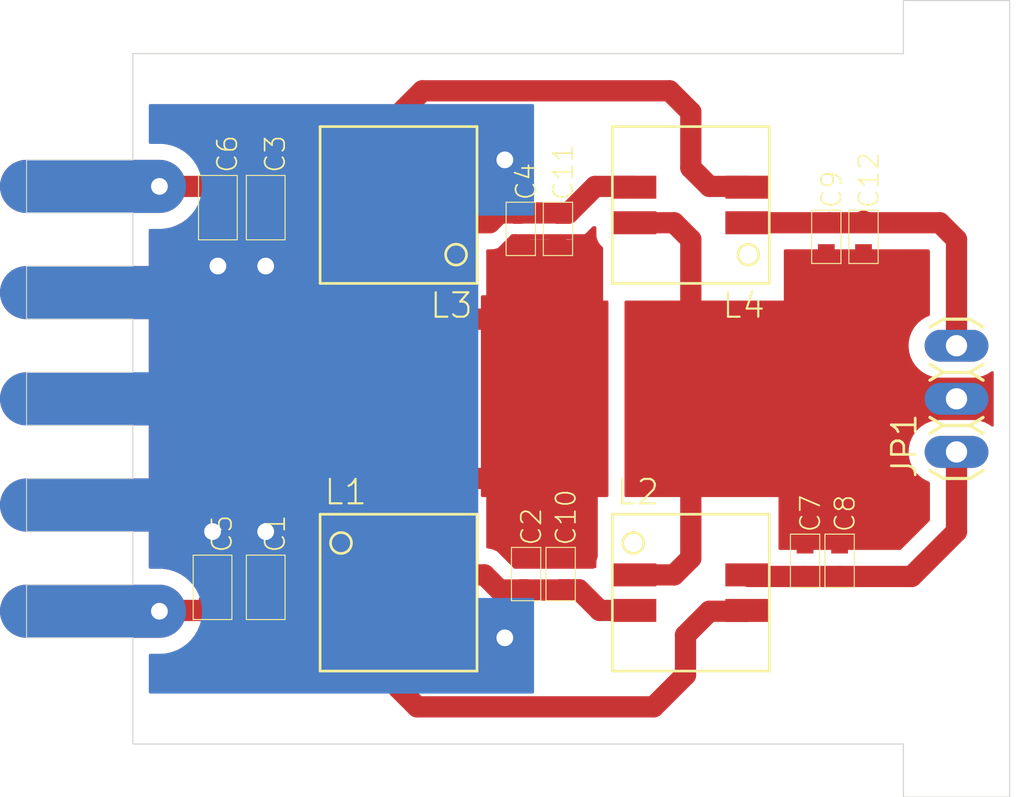
<source format=kicad_pcb>
(kicad_pcb (version 20211014) (generator pcbnew)
  (layers (0 "F.Cu" signal) (31 "B.Cu" signal) (34 "B.Paste" user) (35 "F.Paste" user) (36 "B.SilkS" user "B.Silkscreen") (37 "F.SilkS" user "F.Silkscreen") (38 "B.Mask" user) (39 "F.Mask" user) (44 "Edge.Cuts" user))
  (net 0 "")
  (net 1 "N$1")
  (net 2 "N$5")
  (net 3 "GND")
  (net 4 "V+")
  (net 5 "V-")
  (net 6 "-15V")
  (net 7 "+15V")
  (net 8 "COM1")
  (net 9 "N$3")
  (footprint "FilterSupply:C_MLCC_0603" (layer "F.Cu") (at 163.8681 112.7506 -90)
    (fp_text reference "C8" (at -1.3 -0.8 -90) (layer "F.SilkS") (effects (font (size 0.93472 0.93472) (thickness 0.08128)) (justify left bottom)))
    (fp_text value "" hide)
    (fp_line (start 1.275 0.7) (end 1.275 -0.7) (layer "F.SilkS") (width 0.05))
    (fp_line (start -1.275 -0.7) (end -1.275 0.7) (layer "F.SilkS") (width 0.05))
    (fp_line (start 1.275 -0.7) (end -1.275 -0.7) (layer "F.SilkS") (width 0.05))
    (fp_line (start -1.275 0.7) (end 1.275 0.7) (layer "F.SilkS") (width 0.05))
    (pad "P$1" smd rect (at -0.75 0 270) (size 0.8 0.8) (layers "F.Cu" "F.Paste" "F.Mask") (net 3 "GND"))
    (pad "P$2" smd rect (at 0.75 0 270) (size 0.8 0.8) (layers "F.Cu" "F.Paste" "F.Mask") (net 4 "V+"))
  )
  (footprint "FilterSupply:C_MLCC_0603" (layer "F.Cu") (at 165.0111 97.2566 -90)
    (fp_text reference "C12" (at -1.3 -0.8 -90) (layer "F.SilkS") (effects (font (size 0.93472 0.93472) (thickness 0.08128)) (justify left bottom)))
    (fp_text value "" hide)
    (fp_line (start -1.275 -0.7) (end -1.275 0.7) (layer "F.SilkS") (width 0.05))
    (fp_line (start 1.275 -0.7) (end -1.275 -0.7) (layer "F.SilkS") (width 0.05))
    (fp_line (start 1.275 0.7) (end 1.275 -0.7) (layer "F.SilkS") (width 0.05))
    (fp_line (start -1.275 0.7) (end 1.275 0.7) (layer "F.SilkS") (width 0.05))
    (pad "P$1" smd rect (at -0.75 0 270) (size 0.8 0.8) (layers "F.Cu" "F.Paste" "F.Mask") (net 5 "V-"))
    (pad "P$2" smd rect (at 0.75 0 270) (size 0.8 0.8) (layers "F.Cu" "F.Paste" "F.Mask") (net 3 "GND"))
  )
  (footprint "FilterSupply:C_MLCC_0603" (layer "F.Cu") (at 150.5331 113.3856 -90)
    (fp_text reference "C10" (at -1.3 -0.8 -90) (layer "F.SilkS") (effects (font (size 0.93472 0.93472) (thickness 0.08128)) (justify left bottom)))
    (fp_text value "" hide)
    (fp_line (start -1.275 0.7) (end 1.275 0.7) (layer "F.SilkS") (width 0.05))
    (fp_line (start -1.275 -0.7) (end -1.275 0.7) (layer "F.SilkS") (width 0.05))
    (fp_line (start 1.275 0.7) (end 1.275 -0.7) (layer "F.SilkS") (width 0.05))
    (fp_line (start 1.275 -0.7) (end -1.275 -0.7) (layer "F.SilkS") (width 0.05))
    (pad "P$1" smd rect (at -0.75 0 270) (size 0.8 0.8) (layers "F.Cu" "F.Paste" "F.Mask") (net 9 "N$3"))
    (pad "P$2" smd rect (at 0.75 0 270) (size 0.8 0.8) (layers "F.Cu" "F.Paste" "F.Mask") (net 1 "N$1"))
  )
  (footprint "FilterSupply:C_MLCC_0805" (layer "F.Cu") (at 133.8961 114.0206 -90)
    (fp_text reference "C5" (at -1.6 -1 -90) (layer "F.SilkS") (effects (font (size 0.93472 0.93472) (thickness 0.08128)) (justify left bottom)))
    (fp_text value "" hide)
    (fp_line (start -1.54 0.925) (end -1.54 -0.925) (layer "F.SilkS") (width 0.05))
    (fp_line (start 1.54 0.925) (end -1.54 0.925) (layer "F.SilkS") (width 0.05))
    (fp_line (start 1.54 -0.925) (end 1.54 0.925) (layer "F.SilkS") (width 0.05))
    (fp_line (start -1.54 -0.925) (end 1.54 -0.925) (layer "F.SilkS") (width 0.05))
    (pad "P$1" smd rect (at -0.95 0 270) (size 0.9 1.3) (layers "F.Cu" "F.Paste" "F.Mask") (net 8 "COM1"))
    (pad "P$2" smd rect (at 0.95 0 270) (size 0.9 1.3) (layers "F.Cu" "F.Paste" "F.Mask") (net 7 "+15V"))
  )
  (footprint "FilterSupply:C_MLCC_0603" (layer "F.Cu") (at 150.4061 96.8756 -90)
    (fp_text reference "C11" (at -1.3 -0.8 -90) (layer "F.SilkS") (effects (font (size 0.93472 0.93472) (thickness 0.08128)) (justify left bottom)))
    (fp_text value "" hide)
    (fp_line (start 1.275 -0.7) (end -1.275 -0.7) (layer "F.SilkS") (width 0.05))
    (fp_line (start -1.275 0.7) (end 1.275 0.7) (layer "F.SilkS") (width 0.05))
    (fp_line (start 1.275 0.7) (end 1.275 -0.7) (layer "F.SilkS") (width 0.05))
    (fp_line (start -1.275 -0.7) (end -1.275 0.7) (layer "F.SilkS") (width 0.05))
    (pad "P$1" smd rect (at -0.75 0 270) (size 0.8 0.8) (layers "F.Cu" "F.Paste" "F.Mask") (net 2 "N$5"))
    (pad "P$2" smd rect (at 0.75 0 270) (size 0.8 0.8) (layers "F.Cu" "F.Paste" "F.Mask") (net 9 "N$3"))
  )
  (footprint "FilterSupply:C_MLCC_0603" (layer "F.Cu") (at 148.8821 113.3856 -90)
    (fp_text reference "C2" (at -1.3 -0.8 -90) (layer "F.SilkS") (effects (font (size 0.93472 0.93472) (thickness 0.08128)) (justify left bottom)))
    (fp_text value "" hide)
    (fp_line (start 1.275 -0.7) (end -1.275 -0.7) (layer "F.SilkS") (width 0.05))
    (fp_line (start -1.275 0.7) (end 1.275 0.7) (layer "F.SilkS") (width 0.05))
    (fp_line (start 1.275 0.7) (end 1.275 -0.7) (layer "F.SilkS") (width 0.05))
    (fp_line (start -1.275 -0.7) (end -1.275 0.7) (layer "F.SilkS") (width 0.05))
    (pad "P$1" smd rect (at -0.75 0 270) (size 0.8 0.8) (layers "F.Cu" "F.Paste" "F.Mask") (net 9 "N$3"))
    (pad "P$2" smd rect (at 0.75 0 270) (size 0.8 0.8) (layers "F.Cu" "F.Paste" "F.Mask") (net 1 "N$1"))
  )
  (footprint "" (layer "F.Cu") (at 169.4561 121.5136)
    (fp_text reference "@HOLE1" hide)
    (fp_text value "" (at 0 0) (layer "F.SilkS") (effects (font (size 1.27 1.27))))
    (pad "" np_thru_hole circle (at 0 0) (size 3.175 3.175) (drill 3.175) (layers *.Cu *.Mask))
  )
  (footprint "FilterSupply:C_MLCC_0603" (layer "F.Cu") (at 162.2171 112.7506 -90)
    (fp_text reference "C7" (at -1.3 -0.8 -90) (layer "F.SilkS") (effects (font (size 0.93472 0.93472) (thickness 0.08128)) (justify left bottom)))
    (fp_text value "" hide)
    (fp_line (start 1.275 0.7) (end 1.275 -0.7) (layer "F.SilkS") (width 0.05))
    (fp_line (start 1.275 -0.7) (end -1.275 -0.7) (layer "F.SilkS") (width 0.05))
    (fp_line (start -1.275 -0.7) (end -1.275 0.7) (layer "F.SilkS") (width 0.05))
    (fp_line (start -1.275 0.7) (end 1.275 0.7) (layer "F.SilkS") (width 0.05))
    (pad "P$1" smd rect (at -0.75 0 270) (size 0.8 0.8) (layers "F.Cu" "F.Paste" "F.Mask") (net 3 "GND"))
    (pad "P$2" smd rect (at 0.75 0 270) (size 0.8 0.8) (layers "F.Cu" "F.Paste" "F.Mask") (net 4 "V+"))
  )
  (footprint "FilterSupply:C_MLCC_0603" (layer "F.Cu") (at 148.6281 96.8756 -90)
    (fp_text reference "C4" (at -1.3 -0.8 -90) (layer "F.SilkS") (effects (font (size 0.93472 0.93472) (thickness 0.08128)) (justify left bottom)))
    (fp_text value "" hide)
    (fp_line (start 1.275 0.7) (end 1.275 -0.7) (layer "F.SilkS") (width 0.05))
    (fp_line (start -1.275 0.7) (end 1.275 0.7) (layer "F.SilkS") (width 0.05))
    (fp_line (start 1.275 -0.7) (end -1.275 -0.7) (layer "F.SilkS") (width 0.05))
    (fp_line (start -1.275 -0.7) (end -1.275 0.7) (layer "F.SilkS") (width 0.05))
    (pad "P$1" smd rect (at -0.75 0 270) (size 0.8 0.8) (layers "F.Cu" "F.Paste" "F.Mask") (net 2 "N$5"))
    (pad "P$2" smd rect (at 0.75 0 270) (size 0.8 0.8) (layers "F.Cu" "F.Paste" "F.Mask") (net 9 "N$3"))
  )
  (footprint "FilterSupply:C_MLCC_0805" (layer "F.Cu") (at 136.4361 114.0206 -90)
    (fp_text reference "C1" (at -1.6 -1 -90) (layer "F.SilkS") (effects (font (size 0.93472 0.93472) (thickness 0.08128)) (justify left bottom)))
    (fp_text value "" hide)
    (fp_line (start -1.54 -0.925) (end 1.54 -0.925) (layer "F.SilkS") (width 0.05))
    (fp_line (start 1.54 0.925) (end -1.54 0.925) (layer "F.SilkS") (width 0.05))
    (fp_line (start -1.54 0.925) (end -1.54 -0.925) (layer "F.SilkS") (width 0.05))
    (fp_line (start 1.54 -0.925) (end 1.54 0.925) (layer "F.SilkS") (width 0.05))
    (pad "P$1" smd rect (at -0.95 0 270) (size 0.9 1.3) (layers "F.Cu" "F.Paste" "F.Mask") (net 8 "COM1"))
    (pad "P$2" smd rect (at 0.95 0 270) (size 0.9 1.3) (layers "F.Cu" "F.Paste" "F.Mask") (net 7 "+15V"))
  )
  (footprint "FilterSupply:1X03" (layer "F.Cu") (at 169.4561 105.0036 90)
    (fp_text reference "JP1" (at -3.8862 -1.8288 90) (layer "F.SilkS") (effects (font (size 1.143 1.143) (thickness 0.127)) (justify left bottom)))
    (fp_text value "")
    (fp_line (start -3.429 -1.27) (end -3.81 -0.635) (layer "F.SilkS") (width 0.1524))
    (fp_line (start 1.27 -0.635) (end 1.651 -1.27) (layer "F.SilkS") (width 0.1524))
    (fp_line (start 3.81 -0.635) (end 3.81 0.635) (layer "F.SilkS") (width 0.1524))
    (fp_line (start -1.27 -0.635) (end -1.27 0.635) (layer "F.SilkS") (width 0.1524))
    (fp_line (start 1.27 -0.635) (end 1.27 0.635) (layer "F.SilkS") (width 0.1524))
    (fp_line (start -0.889 1.27) (end -1.27 0.635) (layer "F.SilkS") (width 0.1524))
    (fp_line (start 3.81 0.635) (end 3.429 1.27) (layer "F.SilkS") (width 0.1524))
    (fp_line (start -3.81 0.635) (end -3.429 1.27) (layer "F.SilkS") (width 0.1524))
    (fp_line (start -1.27 -0.635) (end -0.889 -1.27) (layer "F.SilkS") (width 0.1524))
    (fp_line (start 1.27 0.635) (end 0.889 1.27) (layer "F.SilkS") (width 0.1524))
    (fp_line (start -1.27 0.635) (end -1.651 1.27) (layer "F.SilkS") (width 0.1524))
    (fp_line (start 3.429 -1.27) (end 3.81 -0.635) (layer "F.SilkS") (width 0.1524))
    (fp_line (start -1.651 -1.27) (end -1.27 -0.635) (layer "F.SilkS") (width 0.1524))
    (fp_line (start 0.889 -1.27) (end 1.27 -0.635) (layer "F.SilkS") (width 0.1524))
    (fp_line (start 1.651 1.27) (end 1.27 0.635) (layer "F.SilkS") (width 0.1524))
    (fp_line (start -3.81 -0.635) (end -3.81 0.635) (layer "F.SilkS") (width 0.1524))
    (pad "1" thru_hole oval (at -2.54 0 180) (size 3.048 1.524) (drill 1.016) (layers *.Cu *.Mask) (net 4 "V+"))
    (pad "2" thru_hole oval (at 0 0 180) (size 3.048 1.524) (drill 1.016) (layers *.Cu *.Mask) (net 3 "GND"))
    (pad "3" thru_hole oval (at 2.54 0 180) (size 3.048 1.524) (drill 1.016) (layers *.Cu *.Mask) (net 5 "V-"))
  )
  (footprint "FilterSupply:MSD7342" (layer "F.Cu") (at 156.7561 114.2746)
    (fp_text reference "L2" (at -3.625 -4.125) (layer "F.SilkS") (effects (font (size 1.1684 1.1684) (thickness 0.1016)) (justify left bottom)))
    (fp_text value "" hide)
    (fp_line (start 3.75 3.75) (end -3.75 3.75) (layer "F.SilkS") (width 0.127))
    (fp_line (start 3.75 -3.75) (end 3.75 3.75) (layer "F.SilkS") (width 0.127))
    (fp_line (start -3.75 -3.75) (end 3.75 -3.75) (layer "F.SilkS") (width 0.127))
    (fp_line (start -3.75 3.75) (end -3.75 -3.75) (layer "F.SilkS") (width 0.127))
    (fp_circle (center -2.75 -2.375) (end -2.25 -2.375) (layer "F.SilkS") (width 0.127) (fill none))
    (pad "1" smd rect (at -2.7 -0.85) (size 2.1 1.1) (layers "F.Cu" "F.Paste" "F.Mask") (net 3 "GND"))
    (pad "2" smd rect (at -2.7 0.85) (size 2.1 1.1) (layers "F.Cu" "F.Paste" "F.Mask") (net 1 "N$1"))
    (pad "3" smd rect (at 2.7 0.85) (size 2.1 1.1) (layers "F.Cu" "F.Paste" "F.Mask") (net 9 "N$3"))
    (pad "4" smd rect (at 2.7 -0.85) (size 2.1 1.1) (layers "F.Cu" "F.Paste" "F.Mask") (net 4 "V+"))
  )
  (footprint "FilterSupply:C_MLCC_0603" (layer "F.Cu") (at 163.2331 97.2566 -90)
    (fp_text reference "C9" (at -1.3 -0.8 -90) (layer "F.SilkS") (effects (font (size 0.93472 0.93472) (thickness 0.08128)) (justify left bottom)))
    (fp_text value "" hide)
    (fp_line (start 1.275 -0.7) (end -1.275 -0.7) (layer "F.SilkS") (width 0.05))
    (fp_line (start 1.275 0.7) (end 1.275 -0.7) (layer "F.SilkS") (width 0.05))
    (fp_line (start -1.275 -0.7) (end -1.275 0.7) (layer "F.SilkS") (width 0.05))
    (fp_line (start -1.275 0.7) (end 1.275 0.7) (layer "F.SilkS") (width 0.05))
    (pad "P$1" smd rect (at -0.75 0 270) (size 0.8 0.8) (layers "F.Cu" "F.Paste" "F.Mask") (net 5 "V-"))
    (pad "P$2" smd rect (at 0.75 0 270) (size 0.8 0.8) (layers "F.Cu" "F.Paste" "F.Mask") (net 3 "GND"))
  )
  (footprint "" (layer "F.Cu") (at 169.4561 88.4936)
    (fp_text reference "@HOLE0" hide)
    (fp_text value "" (at 0 0) (layer "F.SilkS") (effects (font (size 1.27 1.27))))
    (pad "" np_thru_hole circle (at 0 0) (size 3.175 3.175) (drill 3.175) (layers *.Cu *.Mask))
  )
  (footprint "FilterSupply:MSD7342" (layer "F.Cu") (at 156.7561 95.7326 180)
    (fp_text reference "L4" (at -3.625 -4.125 180) (layer "F.SilkS") (effects (font (size 1.1684 1.1684) (thickness 0.1016)) (justify right top)))
    (fp_text value "" hide)
    (fp_line (start -3.75 -3.75) (end 3.75 -3.75) (layer "F.SilkS") (width 0.127))
    (fp_line (start 3.75 -3.75) (end 3.75 3.75) (layer "F.SilkS") (width 0.127))
    (fp_line (start 3.75 3.75) (end -3.75 3.75) (layer "F.SilkS") (width 0.127))
    (fp_line (start -3.75 3.75) (end -3.75 -3.75) (layer "F.SilkS") (width 0.127))
    (fp_circle (center -2.75 -2.375) (end -2.25 -2.375) (layer "F.SilkS") (width 0.127) (fill none))
    (pad "1" smd rect (at -2.7 -0.85 180) (size 2.1 1.1) (layers "F.Cu" "F.Paste" "F.Mask") (net 5 "V-"))
    (pad "2" smd rect (at -2.7 0.85 180) (size 2.1 1.1) (layers "F.Cu" "F.Paste" "F.Mask") (net 9 "N$3"))
    (pad "3" smd rect (at 2.7 0.85 180) (size 2.1 1.1) (layers "F.Cu" "F.Paste" "F.Mask") (net 2 "N$5"))
    (pad "4" smd rect (at 2.7 -0.85 180) (size 2.1 1.1) (layers "F.Cu" "F.Paste" "F.Mask") (net 3 "GND"))
  )
  (footprint "FilterSupply:MSD7342" (layer "F.Cu") (at 142.7861 114.2746)
    (fp_text reference "L1" (at -3.625 -4.125) (layer "F.SilkS") (effects (font (size 1.1684 1.1684) (thickness 0.1016)) (justify left bottom)))
    (fp_text value "" hide)
    (fp_line (start -3.75 -3.75) (end 3.75 -3.75) (layer "F.SilkS") (width 0.127))
    (fp_line (start 3.75 3.75) (end -3.75 3.75) (layer "F.SilkS") (width 0.127))
    (fp_line (start -3.75 3.75) (end -3.75 -3.75) (layer "F.SilkS") (width 0.127))
    (fp_line (start 3.75 -3.75) (end 3.75 3.75) (layer "F.SilkS") (width 0.127))
    (fp_circle (center -2.75 -2.375) (end -2.25 -2.375) (layer "F.SilkS") (width 0.127) (fill none))
    (pad "1" smd rect (at -2.7 -0.85) (size 2.1 1.1) (layers "F.Cu" "F.Paste" "F.Mask") (net 9 "N$3"))
    (pad "2" smd rect (at -2.7 0.85) (size 2.1 1.1) (layers "F.Cu" "F.Paste" "F.Mask") (net 7 "+15V"))
    (pad "3" smd rect (at 2.7 0.85) (size 2.1 1.1) (layers "F.Cu" "F.Paste" "F.Mask") (net 8 "COM1"))
    (pad "4" smd rect (at 2.7 -0.85) (size 2.1 1.1) (layers "F.Cu" "F.Paste" "F.Mask") (net 1 "N$1"))
  )
  (footprint "FilterSupply:C_MLCC_0805" (layer "F.Cu") (at 136.4361 95.8596 -90)
    (fp_text reference "C3" (at -1.6 -1 -90) (layer "F.SilkS") (effects (font (size 0.93472 0.93472) (thickness 0.08128)) (justify left bottom)))
    (fp_text value "" hide)
    (fp_line (start -1.54 0.925) (end -1.54 -0.925) (layer "F.SilkS") (width 0.05))
    (fp_line (start 1.54 -0.925) (end 1.54 0.925) (layer "F.SilkS") (width 0.05))
    (fp_line (start -1.54 -0.925) (end 1.54 -0.925) (layer "F.SilkS") (width 0.05))
    (fp_line (start 1.54 0.925) (end -1.54 0.925) (layer "F.SilkS") (width 0.05))
    (pad "P$1" smd rect (at -0.95 0 270) (size 0.9 1.3) (layers "F.Cu" "F.Paste" "F.Mask") (net 6 "-15V"))
    (pad "P$2" smd rect (at 0.95 0 270) (size 0.9 1.3) (layers "F.Cu" "F.Paste" "F.Mask") (net 8 "COM1"))
  )
  (footprint "FilterSupply:C_MLCC_0805" (layer "F.Cu") (at 134.1501 95.8596 -90)
    (fp_text reference "C6" (at -1.6 -1 -90) (layer "F.SilkS") (effects (font (size 0.93472 0.93472) (thickness 0.08128)) (justify left bottom)))
    (fp_text value "" hide)
    (fp_line (start 1.54 0.925) (end -1.54 0.925) (layer "F.SilkS") (width 0.05))
    (fp_line (start -1.54 0.925) (end -1.54 -0.925) (layer "F.SilkS") (width 0.05))
    (fp_line (start -1.54 -0.925) (end 1.54 -0.925) (layer "F.SilkS") (width 0.05))
    (fp_line (start 1.54 -0.925) (end 1.54 0.925) (layer "F.SilkS") (width 0.05))
    (pad "P$1" smd rect (at -0.95 0 270) (size 0.9 1.3) (layers "F.Cu" "F.Paste" "F.Mask") (net 6 "-15V"))
    (pad "P$2" smd rect (at 0.95 0 270) (size 0.9 1.3) (layers "F.Cu" "F.Paste" "F.Mask") (net 8 "COM1"))
  )
  (footprint "FilterSupply:MSD7342" (layer "F.Cu") (at 142.7861 95.7326 180)
    (fp_text reference "L3" (at -3.625 -4.125 180) (layer "F.SilkS") (effects (font (size 1.1684 1.1684) (thickness 0.1016)) (justify right top)))
    (fp_text value "" hide)
    (fp_line (start -3.75 3.75) (end -3.75 -3.75) (layer "F.SilkS") (width 0.127))
    (fp_line (start 3.75 -3.75) (end 3.75 3.75) (layer "F.SilkS") (width 0.127))
    (fp_line (start -3.75 -3.75) (end 3.75 -3.75) (layer "F.SilkS") (width 0.127))
    (fp_line (start 3.75 3.75) (end -3.75 3.75) (layer "F.SilkS") (width 0.127))
    (fp_circle (center -2.75 -2.375) (end -2.25 -2.375) (layer "F.SilkS") (width 0.127) (fill none))
    (pad "1" smd rect (at -2.7 -0.85 180) (size 2.1 1.1) (layers "F.Cu" "F.Paste" "F.Mask") (net 2 "N$5"))
    (pad "2" smd rect (at -2.7 0.85 180) (size 2.1 1.1) (layers "F.Cu" "F.Paste" "F.Mask") (net 8 "COM1"))
    (pad "3" smd rect (at 2.7 0.85 180) (size 2.1 1.1) (layers "F.Cu" "F.Paste" "F.Mask") (net 6 "-15V"))
    (pad "4" smd rect (at 2.7 -0.85 180) (size 2.1 1.1) (layers "F.Cu" "F.Paste" "F.Mask") (net 9 "N$3"))
  )
  (gr_line (start 125.0061 103.7336) (end 130.0861 103.7336) (layer "Edge.Cuts") (width 0.05))
  (gr_line (start 130.0861 108.8136) (end 125.0061 108.8136) (layer "Edge.Cuts") (width 0.05))
  (gr_line (start 125.0061 101.1936) (end 125.0061 98.6536) (layer "Edge.Cuts") (width 0.05))
  (gr_line (start 130.0861 88.4936) (end 166.9161 88.4936) (layer "Edge.Cuts") (width 0.05))
  (gr_line (start 125.0061 106.2736) (end 130.0861 106.2736) (layer "Edge.Cuts") (width 0.05))
  (gr_line (start 130.0861 116.4336) (end 130.0861 121.5136) (layer "Edge.Cuts") (width 0.05))
  (gr_line (start 166.9161 88.4936) (end 166.9161 85.9536) (layer "Edge.Cuts") (width 0.05))
  (gr_line (start 166.9161 85.9536) (end 171.9961 85.9536) (layer "Edge.Cuts") (width 0.05))
  (gr_line (start 125.0061 96.1136) (end 125.0061 93.5736) (layer "Edge.Cuts") (width 0.05))
  (gr_line (start 125.0061 103.7336) (end 125.0061 106.2736) (layer "Edge.Cuts") (width 0.05))
  (gr_line (start 130.0861 98.6536) (end 130.0861 96.1136) (layer "Edge.Cuts") (width 0.05))
  (gr_line (start 125.0061 108.8136) (end 125.0061 111.3536) (layer "Edge.Cuts") (width 0.05))
  (gr_line (start 130.0861 93.5736) (end 130.0861 88.4936) (layer "Edge.Cuts") (width 0.05))
  (gr_line (start 166.9161 124.0536) (end 171.9961 124.0536) (layer "Edge.Cuts") (width 0.05))
  (gr_line (start 125.0061 113.8936) (end 125.0061 116.4336) (layer "Edge.Cuts") (width 0.05))
  (gr_line (start 130.0861 96.1136) (end 125.0061 96.1136) (layer "Edge.Cuts") (width 0.05))
  (gr_line (start 130.0861 103.7336) (end 130.0861 101.1936) (layer "Edge.Cuts") (width 0.05))
  (gr_line (start 130.0861 121.5136) (end 166.9161 121.5136) (layer "Edge.Cuts") (width 0.05))
  (gr_line (start 125.0061 93.5736) (end 130.0861 93.5736) (layer "Edge.Cuts") (width 0.05))
  (gr_line (start 125.0061 98.6536) (end 130.0861 98.6536) (layer "Edge.Cuts") (width 0.05))
  (gr_line (start 125.0061 116.4336) (end 130.0861 116.4336) (layer "Edge.Cuts") (width 0.05))
  (gr_line (start 130.0861 113.8936) (end 125.0061 113.8936) (layer "Edge.Cuts") (width 0.05))
  (gr_line (start 125.0061 111.3536) (end 130.0861 111.3536) (layer "Edge.Cuts") (width 0.05))
  (gr_line (start 130.0861 111.3536) (end 130.0861 113.8936) (layer "Edge.Cuts") (width 0.05))
  (gr_line (start 171.9961 124.0536) (end 171.9961 85.9536) (layer "Edge.Cuts") (width 0.05))
  (gr_line (start 166.9161 121.5136) (end 166.9161 124.0536) (layer "Edge.Cuts") (width 0.05))
  (gr_line (start 130.0861 101.1936) (end 125.0061 101.1936) (layer "Edge.Cuts") (width 0.05))
  (gr_line (start 130.0861 106.2736) (end 130.0861 108.8136) (layer "Edge.Cuts") (width 0.05))
  (segment (start 150.5331 114.1356) (end 151.4101 114.1356) (width 1.016) (layer "F.Cu") (net 1))
  (segment (start 148.6161 114.1476) (end 150.7751 114.1476) (width 1.016) (layer "F.Cu") (net 1))
  (segment (start 152.3991 115.1246) (end 154.0561 115.1246) (width 1.016) (layer "F.Cu") (net 1))
  (segment (start 150.7751 114.1476) (end 150.5331 114.1356) (width 1.016) (layer "F.Cu") (net 1))
  (segment (start 146.8891 113.4246) (end 147.6121 114.1476) (width 1.016) (layer "F.Cu") (net 1))
  (segment (start 151.4101 114.1356) (end 152.3991 115.1246) (width 1.016) (layer "F.Cu") (net 1))
  (segment (start 148.8821 114.1356) (end 148.6161 114.1476) (width 1.016) (layer "F.Cu") (net 1))
  (segment (start 147.6121 114.1476) (end 148.6161 114.1476) (width 1.016) (layer "F.Cu") (net 1))
  (segment (start 145.4861 113.4246) (end 146.8891 113.4246) (width 1.016) (layer "F.Cu") (net 1))
  (segment (start 150.9021 96.1256) (end 152.1841 94.8436) (width 1.016) (layer "F.Cu") (net 2))
  (segment (start 148.3741 96.1136) (end 150.3941 96.1136) (width 1.016) (layer "F.Cu") (net 2))
  (segment (start 145.4861 96.5826) (end 147.1431 96.5826) (width 1.016) (layer "F.Cu") (net 2))
  (segment (start 148.6281 96.1256) (end 148.3861 96.1256) (width 1.016) (layer "F.Cu") (net 2))
  (segment (start 154.0171 94.8436) (end 154.0561 94.8826) (width 1.016) (layer "F.Cu") (net 2))
  (segment (start 148.3861 96.1256) (end 148.3741 96.1136) (width 1.016) (layer "F.Cu") (net 2))
  (segment (start 147.6121 96.1136) (end 148.3741 96.1136) (width 1.016) (layer "F.Cu") (net 2))
  (segment (start 150.3941 96.1136) (end 150.4061 96.1256) (width 1.016) (layer "F.Cu") (net 2))
  (segment (start 150.4061 96.1256) (end 150.9021 96.1256) (width 1.016) (layer "F.Cu") (net 2))
  (segment (start 147.1431 96.5826) (end 147.6121 96.1136) (width 1.016) (layer "F.Cu") (net 2))
  (segment (start 152.1841 94.8436) (end 154.0171 94.8436) (width 1.016) (layer "F.Cu") (net 2))
  (segment (start 156.7561 112.6236) (end 156.7561 107.5436) (width 1.016) (layer "F.Cu") (net 3))
  (segment (start 155.9551 96.5826) (end 156.7561 97.3836) (width 1.016) (layer "F.Cu") (net 3))
  (segment (start 154.0561 96.5826) (end 155.9551 96.5826) (width 1.016) (layer "F.Cu") (net 3))
  (segment (start 155.9551 113.4246) (end 156.7561 112.6236) (width 1.016) (layer "F.Cu") (net 3))
  (segment (start 156.7561 97.3836) (end 156.7561 102.4636) (width 1.016) (layer "F.Cu") (net 3))
  (segment (start 154.0561 113.4246) (end 155.9551 113.4246) (width 1.016) (layer "F.Cu") (net 3))
  (segment (start 167.3091 113.5006) (end 169.4561 111.3536) (width 1.016) (layer "F.Cu") (net 4))
  (segment (start 163.8681 113.5006) (end 167.3091 113.5006) (width 1.016) (layer "F.Cu") (net 4))
  (segment (start 159.5321 113.5006) (end 162.2171 113.5006) (width 1.016) (layer "F.Cu") (net 4))
  (segment (start 159.4561 113.4246) (end 159.5321 113.5006) (width 1.016) (layer "F.Cu") (net 4))
  (segment (start 169.4561 111.3536) (end 169.4561 107.5436) (width 1.016) (layer "F.Cu") (net 4))
  (segment (start 162.2171 113.5006) (end 163.8681 113.5006) (width 1.016) (layer "F.Cu") (net 4))
  (segment (start 164.9351 96.5826) (end 165.0111 96.5066) (width 1.016) (layer "F.Cu") (net 5))
  (segment (start 163.2331 96.5066) (end 163.2841 96.5066) (width 0.508) (layer "F.Cu") (net 5))
  (segment (start 159.4561 96.5826) (end 163.3601 96.5826) (width 1.016) (layer "F.Cu") (net 5))
  (segment (start 163.2841 96.5066) (end 163.3601 96.5826) (width 0.508) (layer "F.Cu") (net 5))
  (segment (start 164.9351 96.5826) (end 168.6551 96.5826) (width 1.016) (layer "F.Cu") (net 5))
  (segment (start 168.6551 96.5826) (end 169.4561 97.3836) (width 1.016) (layer "F.Cu") (net 5))
  (segment (start 169.4561 97.3836) (end 169.4561 102.4636) (width 1.016) (layer "F.Cu") (net 5))
  (segment (start 163.3601 96.5826) (end 164.9351 96.5826) (width 1.016) (layer "F.Cu") (net 5))
  (segment (start 134.1501 94.9096) (end 134.0841 94.8436) (width 0.508) (layer "F.Cu") (net 6))
  (segment (start 140.0471 94.8436) (end 135.6741 94.8436) (width 1.016) (layer "F.Cu") (net 6))
  (segment (start 140.0861 94.8826) (end 140.0471 94.8436) (width 1.016) (layer "F.Cu") (net 6))
  (segment (start 133.6421 94.8436) (end 131.3561 94.8436) (width 1.016) (layer "F.Cu") (net 6))
  (segment (start 135.6741 94.8436) (end 133.6421 94.8436) (width 1.016) (layer "F.Cu") (net 6))
  (segment (start 136.3701 94.8436) (end 135.6741 94.8436) (width 0.508) (layer "F.Cu") (net 6))
  (segment (start 131.3561 94.8436) (end 125.0061 94.8436) (width 2.54) (layer "F.Cu") (net 6))
  (segment (start 136.4361 94.9096) (end 136.3701 94.8436) (width 0.508) (layer "F.Cu") (net 6))
  (segment (start 134.0841 94.8436) (end 133.6421 94.8436) (width 0.508) (layer "F.Cu") (net 6))
  (segment (start 131.3561 94.8436) (end 127.5461 94.8436) (width 1.016) (layer "F.Cu") (net 6))
  (via (at 131.3561 94.8436) (size 1.2064) (drill 0.8) (layers "F.Cu" "B.Cu") (net 6))
  (segment (start 131.3561 94.8436) (end 125.0061 94.8436) (width 2.54) (layer "B.Cu") (net 6))
  (segment (start 134.0231 114.9706) (end 134.0231 115.1246) (width 0.508) (layer "F.Cu") (net 7))
  (segment (start 129.821034 115.1246) (end 128.8161 115.1246) (width 0.4064) (layer "F.Cu") (net 7))
  (segment (start 128.0541 115.1246) (end 128.0541 115.1636) (width 1.016) (layer "F.Cu") (net 7))
  (segment (start 136.3091 115.1246) (end 134.0231 115.1246) (width 1.016) (layer "F.Cu") (net 7))
  (segment (start 128.8161 115.1246) (end 131.3561 115.1636) (width 0.4064) (layer "F.Cu") (net 7))
  (segment (start 136.3091 114.9706) (end 136.3091 115.1246) (width 0.508) (layer "F.Cu") (net 7))
  (segment (start 133.8961 114.9706) (end 134.0231 114.9706) (width 0.508) (layer "F.Cu") (net 7))
  (segment (start 140.0861 115.1246) (end 136.3091 115.1246) (width 1.016) (layer "F.Cu") (net 7))
  (segment (start 134.0231 115.1246) (end 129.821034 115.1246) (width 1.016) (layer "F.Cu") (net 7))
  (segment (start 131.3561 115.1636) (end 125.0061 115.1636) (width 2.54) (layer "F.Cu") (net 7))
  (segment (start 129.821034 115.1246) (end 128.0541 115.1246) (width 1.016) (layer "F.Cu") (net 7))
  (segment (start 136.4361 114.9706) (end 136.3091 114.9706) (width 0.508) (layer "F.Cu") (net 7))
  (via (at 131.3561 115.1636) (size 1.2064) (drill 0.8) (layers "F.Cu" "B.Cu") (net 7))
  (segment (start 131.3561 115.1636) (end 125.0061 115.1636) (width 2.54) (layer "B.Cu") (net 7))
  (segment (start 131.6101 99.9236) (end 125.0061 99.9236) (width 2.54) (layer "F.Cu") (net 8))
  (segment (start 133.6421 100.1776) (end 133.6421 104.2416) (width 2.54) (layer "F.Cu") (net 8))
  (segment (start 125.0061 110.0836) (end 133.1341 110.0836) (width 2.54) (layer "F.Cu") (net 8))
  (segment (start 133.6421 104.2416) (end 132.8801 105.0036) (width 2.54) (layer "F.Cu") (net 8))
  (segment (start 133.3881 99.9236) (end 133.6421 100.1776) (width 2.54) (layer "F.Cu") (net 8))
  (segment (start 133.3881 98.6536) (end 132.1181 99.9236) (width 0.254) (layer "F.Cu") (net 8))
  (segment (start 146.5571 94.8826) (end 147.8661 93.5736) (width 1.016) (layer "F.Cu") (net 8))
  (segment (start 134.1501 98.6536) (end 133.3881 98.6536) (width 0.254) (layer "F.Cu") (net 8))
  (segment (start 134.1501 96.8096) (end 136.4361 96.8096) (width 1.016) (layer "F.Cu") (net 8))
  (segment (start 131.6101 99.9236) (end 133.3881 99.9236) (width 2.54) (layer "F.Cu") (net 8))
  (segment (start 132.1181 99.9236) (end 131.6101 99.9236) (width 1.524) (layer "F.Cu") (net 8))
  (segment (start 134.9121 105.0036) (end 135.4201 105.5116) (width 2.54) (layer "F.Cu") (net 8))
  (segment (start 145.4861 94.8826) (end 146.5571 94.8826) (width 1.016) (layer "F.Cu") (net 8))
  (segment (start 132.8801 105.0036) (end 134.9121 105.0036) (width 2.54) (layer "F.Cu") (net 8))
  (segment (start 132.8801 105.0036) (end 125.0061 105.0036) (width 2.54) (layer "F.Cu") (net 8))
  (segment (start 145.4861 115.1246) (end 146.5571 115.1246) (width 1.016) (layer "F.Cu") (net 8))
  (segment (start 135.4201 105.5116) (end 135.4201 107.7976) (width 2.54) (layer "F.Cu") (net 8))
  (segment (start 135.4201 107.7976) (end 133.1341 110.0836) (width 2.54) (layer "F.Cu") (net 8))
  (segment (start 146.5571 115.1246) (end 147.8661 116.4336) (width 1.016) (layer "F.Cu") (net 8))
  (via (at 147.8661 116.4336) (size 1.2064) (drill 0.8) (layers "F.Cu" "B.Cu") (net 8))
  (via (at 136.4361 98.6536) (size 1.2064) (drill 0.8) (layers "F.Cu" "B.Cu") (net 8))
  (via (at 133.8961 111.3536) (size 1.2064) (drill 0.8) (layers "F.Cu" "B.Cu") (net 8))
  (via (at 136.4361 111.3536) (size 1.2064) (drill 0.8) (layers "F.Cu" "B.Cu") (net 8))
  (via (at 134.1501 98.6536) (size 1.2064) (drill 0.8) (layers "F.Cu" "B.Cu") (net 8))
  (via (at 147.8661 93.5736) (size 1.2064) (drill 0.8) (layers "F.Cu" "B.Cu") (net 8))
  (segment (start 132.6261 99.6696) (end 132.3721 99.9236) (width 2.54) (layer "B.Cu") (net 8))
  (segment (start 147.8661 116.4336) (end 145.0721 116.4336) (width 1.016) (layer "B.Cu") (net 8))
  (segment (start 132.3721 99.9236) (end 125.0061 99.9236) (width 2.54) (layer "B.Cu") (net 8))
  (segment (start 134.1501 110.0836) (end 134.4041 109.8296) (width 2.54) (layer "B.Cu") (net 8))
  (segment (start 147.8661 93.5736) (end 146.5961 93.5736) (width 1.016) (layer "B.Cu") (net 8))
  (segment (start 134.4041 106.7816) (end 132.6261 105.0036) (width 2.54) (layer "B.Cu") (net 8))
  (segment (start 134.4041 109.8296) (end 134.4041 106.7816) (width 2.54) (layer "B.Cu") (net 8))
  (segment (start 134.6581 104.7496) (end 134.6581 101.7016) (width 2.54) (layer "B.Cu") (net 8))
  (segment (start 134.4041 105.0036) (end 134.6581 104.7496) (width 2.54) (layer "B.Cu") (net 8))
  (segment (start 132.6261 105.0036) (end 134.4041 105.0036) (width 2.54) (layer "B.Cu") (net 8))
  (segment (start 145.0721 116.4336) (end 144.5641 116.9416) (width 1.016) (layer "B.Cu") (net 8))
  (segment (start 132.6261 105.0036) (end 125.0061 105.0036) (width 2.54) (layer "B.Cu") (net 8))
  (segment (start 134.6581 101.7016) (end 132.6261 99.6696) (width 2.54) (layer "B.Cu") (net 8))
  (segment (start 134.1501 110.0836) (end 125.0061 110.0836) (width 2.54) (layer "B.Cu") (net 8))
  (segment (start 140.0861 96.5826) (end 142.0631 96.5826) (width 1.016) (layer "F.Cu") (net 9))
  (segment (start 159.4171 94.8436) (end 159.4561 94.8826) (width 1.016) (layer "F.Cu") (net 9))
  (segment (start 142.7861 91.4146) (end 143.9291 90.2716) (width 1.016) (layer "F.Cu") (net 9))
  (segment (start 148.3741 97.2566) (end 148.2471 97.2566) (width 0.254) (layer "F.Cu") (net 9))
  (segment (start 148.4891 112.6356) (end 148.2471 112.8776) (width 0.254) (layer "F.Cu") (net 9))
  (segment (start 142.7861 95.8596) (end 142.7861 99.9236) (width 1.016) (layer "F.Cu") (net 9))
  (segment (start 148.6281 97.5106) (end 148.3741 97.2566) (width 0.254) (layer "F.Cu") (net 9))
  (segment (start 142.7861 118.8466) (end 143.6751 119.7356) (width 1.016) (layer "F.Cu") (net 9))
  (segment (start 142.7861 95.8596) (end 142.7861 91.4146) (width 1.016) (layer "F.Cu") (net 9))
  (segment (start 148.6281 97.6256) (end 148.6281 97.5106) (width 0.254) (layer "F.Cu") (net 9))
  (segment (start 148.2471 112.8776) (end 152.0571 112.8776) (width 0.254) (layer "F.Cu") (net 9))
  (segment (start 143.9291 90.2716) (end 155.7401 90.2716) (width 1.016) (layer "F.Cu") (net 9))
  (segment (start 144.0561 108.8136) (end 149.1361 108.8136) (width 1.016) (layer "F.Cu") (net 9))
  (segment (start 156.5021 116.3066) (end 157.6451 115.1636) (width 1.016) (layer "F.Cu") (net 9))
  (segment (start 155.7401 90.2716) (end 156.7561 91.2876) (width 1.016) (layer "F.Cu") (net 9))
  (segment (start 140.0861 113.4246) (end 142.0631 113.4246) (width 1.016) (layer "F.Cu") (net 9))
  (segment (start 142.7861 99.9236) (end 144.0561 101.1936) (width 1.016) (layer "F.Cu") (net 9))
  (segment (start 143.6751 119.7356) (end 154.9781 119.7356) (width 1.016) (layer "F.Cu") (net 9))
  (segment (start 159.4171 115.1636) (end 159.4561 115.1246) (width 1.016) (layer "F.Cu") (net 9))
  (segment (start 152.0571 112.8776) (end 152.0571 113.0046) (width 0.254) (layer "F.Cu") (net 9))
  (segment (start 157.6451 94.8436) (end 159.4171 94.8436) (width 1.016) (layer "F.Cu") (net 9))
  (segment (start 157.6451 115.1636) (end 159.4171 115.1636) (width 1.016) (layer "F.Cu") (net 9))
  (segment (start 142.7861 114.1476) (end 142.7861 110.0836) (width 1.016) (layer "F.Cu") (net 9))
  (segment (start 144.0561 101.1936) (end 149.1361 101.1936) (width 1.016) (layer "F.Cu") (net 9))
  (segment (start 148.3741 97.2566) (end 151.8031 97.2566) (width 0.254) (layer "F.Cu") (net 9))
  (segment (start 142.0631 96.5826) (end 142.7861 95.8596) (width 1.016) (layer "F.Cu") (net 9))
  (segment (start 154.9781 119.7356) (end 156.5021 118.2116) (width 1.016) (layer "F.Cu") (net 9))
  (segment (start 156.5021 118.2116) (end 156.5021 116.3066) (width 1.016) (layer "F.Cu") (net 9))
  (segment (start 156.7561 93.9546) (end 157.6451 94.8436) (width 1.016) (layer "F.Cu") (net 9))
  (segment (start 148.8821 112.6356) (end 148.4891 112.6356) (width 0.254) (layer "F.Cu") (net 9))
  (segment (start 148.3741 113.0046) (end 147.6121 112.2426) (width 0.254) (layer "F.Cu") (net 9))
  (segment (start 156.7561 91.2876) (end 156.7561 93.9546) (width 1.016) (layer "F.Cu") (net 9))
  (segment (start 148.2471 97.2566) (end 147.3581 98.1456) (width 0.254) (layer "F.Cu") (net 9))
  (segment (start 142.7861 114.1476) (end 142.7861 118.8466) (width 1.016) (layer "F.Cu") (net 9))
  (segment (start 142.0631 113.4246) (end 142.7861 114.1476) (width 1.016) (layer "F.Cu") (net 9))
  (segment (start 142.7861 110.0836) (end 144.0561 108.8136) (width 1.016) (layer "F.Cu") (net 9))
  (segment (start 152.0571 113.0046) (end 148.3741 113.0046) (width 0.254) (layer "F.Cu") (net 9))
  (zone (net 0) (net_name "") (layer "F.Cu") (priority 6) (connect_pads (clearance 0)) (min_thickness 0.127)
    (keepout (tracks allowed) (vias allowed) (pads allowed) (copperpour not_allowed) (footprints allowed))
    (fill (thermal_gap 0.304) (thermal_bridge_width 0.304))
    (polygon (pts (xy 146.9771 100.0506) (xy 138.3411 100.0506) (xy 138.3411 91.6686) (xy 146.9771 91.6686)))
  )
  (zone (net 0) (net_name "") (layer "F.Cu") (priority 6) (connect_pads (clearance 0)) (min_thickness 0.127)
    (keepout (tracks allowed) (vias allowed) (pads allowed) (copperpour not_allowed) (footprints allowed))
    (fill (thermal_gap 0.304) (thermal_bridge_width 0.304))
    (polygon (pts (xy 146.9771 118.3386) (xy 138.3411 118.3386) (xy 138.3411 109.7026) (xy 146.9771 109.7026)))
  )
  (zone (net 9) (net_name "N$3") (layer "F.Cu") (priority 6) (connect_pads yes (clearance 0.762)) (min_thickness 0.127) (fill yes (thermal_gap 0.508) (thermal_bridge_width 0.508))
    (polygon (pts (xy 152.8191 113.5126) (xy 146.7231 113.5126) (xy 146.7231 96.7486) (xy 152.8191 96.7486)))
  )
  (zone (net 0) (net_name "") (layer "F.Cu") (priority 6) (connect_pads (clearance 0)) (min_thickness 0.127)
    (keepout (tracks allowed) (vias allowed) (pads allowed) (copperpour not_allowed) (footprints allowed))
    (fill (thermal_gap 0.304) (thermal_bridge_width 0.304))
    (polygon (pts (xy 161.2011 100.3046) (xy 152.5651 100.3046) (xy 152.5651 91.4146) (xy 161.2011 91.4146)))
  )
  (zone (net 3) (net_name "GND") (layer "F.Cu") (priority 4) (connect_pads yes (clearance 0.762)) (min_thickness 0.127) (fill yes (thermal_gap 0.508) (thermal_bridge_width 0.508))
    (polygon (pts (xy 172.1231 114.0206) (xy 152.8191 114.0206) (xy 152.8191 95.9866) (xy 172.1231 95.9866)))
  )
  (zone (net 0) (net_name "") (layer "F.Cu") (priority 6) (connect_pads (clearance 0)) (min_thickness 0.127)
    (keepout (tracks allowed) (vias allowed) (pads allowed) (copperpour not_allowed) (footprints allowed))
    (fill (thermal_gap 0.304) (thermal_bridge_width 0.304))
    (polygon (pts (xy 160.9471 118.3386) (xy 152.3111 118.3386) (xy 152.3111 109.7026) (xy 160.9471 109.7026)))
  )
  (zone (net 8) (net_name "COM1") (layer "F.Cu") (priority 6) (connect_pads yes (clearance 0.762)) (min_thickness 0.127) (fill yes (thermal_gap 0.508) (thermal_bridge_width 0.508))
    (polygon (pts (xy 142.9131 119.1006) (xy 124.8791 119.1006) (xy 124.8791 90.9066) (xy 142.9131 90.9066)))
  )
  (zone (net 8) (net_name "COM1") (layer "B.Cu") (priority 6) (connect_pads (clearance 0.762)) (min_thickness 0.127) (fill yes (thermal_gap 0.304) (thermal_bridge_width 0.304))
    (polygon (pts (xy 149.2631 96.2406) (xy 146.5961 96.2406) (xy 146.5961 114.5286) (xy 149.2631 114.5286) (xy 149.2631 119.1006) (xy 124.8791 119.1006) (xy 124.8791 90.9066) (xy 149.2631 90.9066)))
  )
)
</source>
